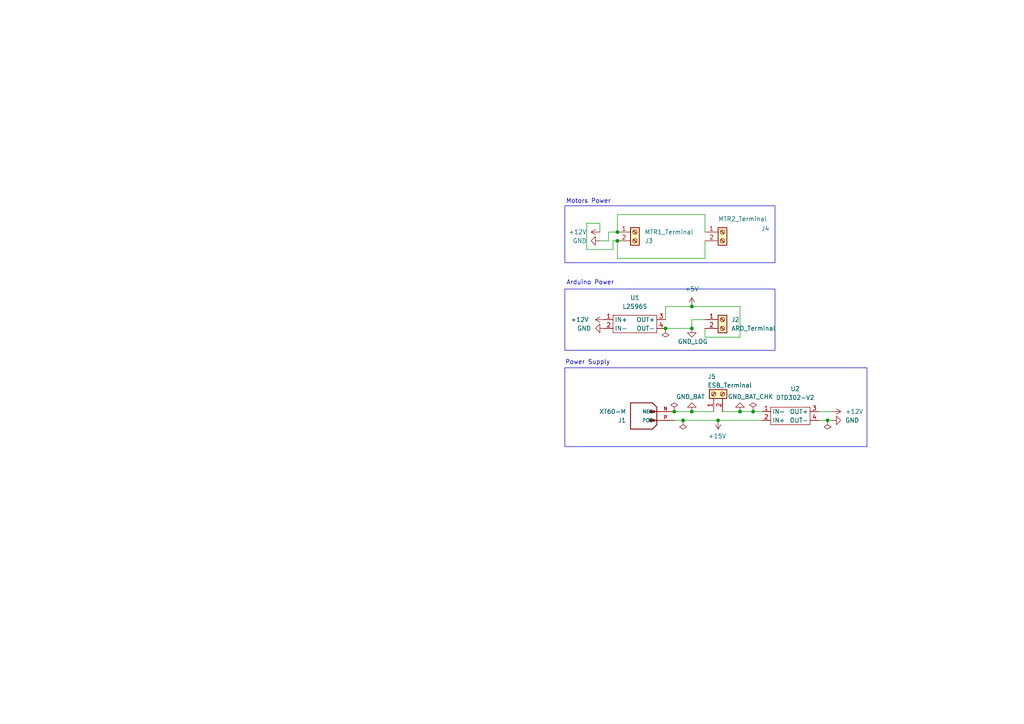
<source format=kicad_sch>
(kicad_sch (version 20231120) (generator "eeschema") (generator_version "8.0")
  (paper "A4")
  (title_block (title "Power PCB") (date "2024-03-31") (rev "1") (company "Hexobot SLSC"))
  (lib_symbols
    (symbol "Connector:Screw_Terminal_01x02" (pin_names (offset 1.016) hide)
      (property "Reference" "J" (at 0 2.54 0))
      (property "Value" "Screw_Terminal_01x02" (at 0 -5.08 0))
      (symbol "Screw_Terminal_01x02_1_1"
        (rectangle (start -1.27 1.27) (end 1.27 -3.81) (stroke (width 0.254)) (fill (type background)))
        (circle (center 0 -2.54) (radius 0.635) (stroke (width 0.1524)))
        (polyline (pts (xy -0.5334 -2.2098) (xy 0.3302 -3.048)) (stroke (width 0.1524)))
        (polyline (pts (xy -0.5334 0.3302) (xy 0.3302 -0.508)) (stroke (width 0.1524)))
        (polyline (pts (xy -0.3556 -2.032) (xy 0.508 -2.8702)) (stroke (width 0.1524)))
        (polyline (pts (xy -0.3556 0.508) (xy 0.508 -0.3302)) (stroke (width 0.1524)))
        (circle (center 0 0) (radius 0.635) (stroke (width 0.1524)))
        (pin passive line (at -5.08 0 0) (length 3.81) (name "Pin_1") (number "1"))
        (pin passive line (at -5.08 -2.54 0) (length 3.81) (name "Pin_2") (number "2"))
      )
    )
    (symbol "Connectors_Custom:XT60-M" (pin_names (offset 1.016))
      (property "Reference" "J" (at 0 6.35 0))
      (property "Value" "XT60-M" (at 0 -5.08 0))
      (symbol "XT60-M_0_0"
        (polyline (pts (xy 0 -1.27) (xy 1.27 -2.54)) (stroke (width 0.254)))
        (polyline (pts (xy 0 0) (xy 1.905 0)) (stroke (width 0.254)))
        (polyline (pts (xy 0 2.54) (xy 0 -1.27)) (stroke (width 0.254)))
        (polyline (pts (xy 0 2.54) (xy 1.905 2.54)) (stroke (width 0.254)))
        (polyline (pts (xy 0 3.81) (xy 0 2.54)) (stroke (width 0.254)))
        (polyline (pts (xy 0 3.81) (xy 1.27 5.08)) (stroke (width 0.254)))
        (polyline (pts (xy 1.27 -2.54) (xy 7.62 -2.54)) (stroke (width 0.254)))
        (polyline (pts (xy 7.62 -2.54) (xy 7.62 5.08)) (stroke (width 0.254)))
        (polyline (pts (xy 7.62 5.08) (xy 1.27 5.08)) (stroke (width 0.254)))
        (rectangle (start 0.635 -0.3175) (end 2.2225 0.3175) (stroke (width 0.1)) (fill (type outline)))
        (rectangle (start 0.635 2.2225) (end 2.2225 2.8575) (stroke (width 0.1)) (fill (type outline)))
        (pin passive line (at -5.08 0 0) (length 5.08) (name "NEG") (number "N"))
        (pin passive line (at -5.08 2.54 0) (length 5.08) (name "POS") (number "P"))
      )
    )
    (symbol "DCDC_Converters_Custom:DTD302-V2"
      (property "Reference" "U" (at 0.508 8.382 0))
      (property "Value" "DTD302-V2" (at 5.334 6.35 0))
      (symbol "DTD302-V2_0_1"
        (rectangle (start 0 5.08) (end 11.43 0))
      )
      (symbol "DTD302-V2_1_1"
        (pin power_in line (at -2.54 3.81 0) (length 2.54) (name "IN-") (number "1"))
        (pin power_in line (at -2.54 1.27 0) (length 2.54) (name "IN+") (number "2"))
        (pin power_out line (at 13.97 3.81 180) (length 2.54) (name "OUT+") (number "3"))
        (pin power_in line (at 13.97 1.27 180) (length 2.54) (name "OUT-") (number "4"))
      )
    )
    (symbol "DCDC_Converters_Custom:L2596S"
      (property "Reference" "U?" (at 1.524 8.382 0))
      (property "Value" "L2596S" (at 3.81 6.604 0))
      (symbol "L2596S_0_1"
        (rectangle (start 0 5.08) (end 12.7 0))
      )
      (symbol "L2596S_1_1"
        (pin power_in line (at -2.54 3.81 0) (length 2.54) (name "IN+") (number "1"))
        (pin power_in line (at -2.54 1.27 0) (length 2.54) (name "IN-") (number "2"))
        (pin power_out line (at 15.24 3.81 180) (length 2.54) (name "OUT+") (number "3"))
        (pin power_in line (at 15.24 1.27 180) (length 2.54) (name "OUT-") (number "4"))
      )
    )
    (symbol "power:+12V" (power) (pin_numbers hide) (pin_names (offset 0) hide)
      (property "Value" "+12V" (at 0 3.556 0))
      (symbol "+12V_0_1"
        (polyline (pts (xy -0.762 1.27) (xy 0 2.54)))
        (polyline (pts (xy 0 0) (xy 0 2.54)))
        (polyline (pts (xy 0 2.54) (xy 0.762 1.27)))
      )
      (symbol "+12V_1_1"
        (pin power_in line (at 0 0 90) (length 0) (name "~") (number "1"))
      )
    )
    (symbol "power:+15V" (power) (pin_numbers hide) (pin_names (offset 0) hide)
      (property "Value" "+15V" (at 0 3.556 0))
      (symbol "+15V_0_1"
        (polyline (pts (xy -0.762 1.27) (xy 0 2.54)))
        (polyline (pts (xy 0 0) (xy 0 2.54)))
        (polyline (pts (xy 0 2.54) (xy 0.762 1.27)))
      )
      (symbol "+15V_1_1"
        (pin power_in line (at 0 0 90) (length 0) (name "~") (number "1"))
      )
    )
    (symbol "power:+5V" (power) (pin_numbers hide) (pin_names (offset 0) hide)
      (property "Value" "+5V" (at 0 3.556 0))
      (symbol "+5V_0_1"
        (polyline (pts (xy -0.762 1.27) (xy 0 2.54)))
        (polyline (pts (xy 0 0) (xy 0 2.54)))
        (polyline (pts (xy 0 2.54) (xy 0.762 1.27)))
      )
      (symbol "+5V_1_1"
        (pin power_in line (at 0 0 90) (length 0) (name "~") (number "1"))
      )
    )
    (symbol "power:GND" (power) (pin_numbers hide) (pin_names (offset 0) hide)
      (property "Value" "GND" (at 0 -3.81 0))
      (symbol "GND_0_1"
        (polyline (pts (xy 0 0) (xy 0 -1.27) (xy 1.27 -1.27) (xy 0 -2.54) (xy -1.27 -1.27) (xy 0 -1.27)))
      )
      (symbol "GND_1_1"
        (pin power_in line (at 0 0 270) (length 0) (name "~") (number "1"))
      )
    )
    (symbol "power:GND1" (power) (pin_numbers hide) (pin_names (offset 0) hide)
      (property "Value" "GND1" (at 0 -3.81 0))
      (symbol "GND1_0_1"
        (polyline (pts (xy 0 0) (xy 0 -1.27) (xy 1.27 -1.27) (xy 0 -2.54) (xy -1.27 -1.27) (xy 0 -1.27)))
      )
      (symbol "GND1_1_1"
        (pin power_in line (at 0 0 270) (length 0) (name "~") (number "1"))
      )
    )
    (symbol "power:PWR_FLAG" (power) (pin_numbers hide) (pin_names (offset 0) hide)
      (property "Value" "PWR_FLAG" (at 0 3.81 0))
      (symbol "PWR_FLAG_0_0"
        (pin power_out line (at 0 0 90) (length 0) (name "~") (number "1"))
      )
      (symbol "PWR_FLAG_0_1"
        (polyline (pts (xy 0 0) (xy 0 1.27) (xy -1.016 1.905) (xy 0 2.54) (xy 1.016 1.905) (xy 0 1.27)))
      )
    )
  )
  (junction (at 179.07 67.31))
  (junction (at 218.44 119.38))
  (junction (at 200.66 95.25))
  (junction (at 214.63 119.38))
  (junction (at 193.04 95.25))
  (junction (at 200.66 119.38))
  (junction (at 240.03 121.92))
  (junction (at 200.66 88.9))
  (junction (at 198.12 121.92))
  (junction (at 195.58 119.38))
  (junction (at 179.07 69.85))
  (junction (at 208.28 121.92))
  (wire (pts (xy 177.8 72.39) (xy 177.8 69.85)))
  (wire (pts (xy 218.44 119.38) (xy 220.98 119.38)))
  (wire (pts (xy 179.07 74.93) (xy 204.47 74.93)))
  (wire (pts (xy 200.66 119.38) (xy 207.01 119.38)))
  (wire (pts (xy 204.47 97.79) (xy 204.47 95.25)))
  (wire (pts (xy 198.12 121.92) (xy 208.28 121.92)))
  (wire (pts (xy 198.12 121.92) (xy 195.58 121.92)))
  (wire (pts (xy 173.99 64.77) (xy 170.18 64.77)))
  (wire (pts (xy 193.04 88.9) (xy 200.66 88.9)))
  (wire (pts (xy 204.47 92.71) (xy 200.66 92.71)))
  (wire (pts (xy 204.47 62.23) (xy 204.47 67.31)))
  (wire (pts (xy 214.63 119.38) (xy 218.44 119.38)))
  (wire (pts (xy 177.8 69.85) (xy 179.07 69.85)))
  (wire (pts (xy 237.49 119.38) (xy 241.3 119.38)))
  (wire (pts (xy 204.47 74.93) (xy 204.47 69.85)))
  (wire (pts (xy 179.07 62.23) (xy 204.47 62.23)))
  (wire (pts (xy 240.03 121.92) (xy 241.3 121.92)))
  (wire (pts (xy 179.07 67.31) (xy 179.07 62.23)))
  (wire (pts (xy 176.53 69.85) (xy 176.53 67.31)))
  (wire (pts (xy 200.66 88.9) (xy 214.63 88.9)))
  (wire (pts (xy 173.99 69.85) (xy 176.53 69.85)))
  (wire (pts (xy 208.28 121.92) (xy 220.98 121.92)))
  (wire (pts (xy 195.58 119.38) (xy 200.66 119.38)))
  (wire (pts (xy 170.18 64.77) (xy 170.18 72.39)))
  (wire (pts (xy 193.04 95.25) (xy 200.66 95.25)))
  (wire (pts (xy 176.53 67.31) (xy 179.07 67.31)))
  (wire (pts (xy 193.04 92.71) (xy 193.04 88.9)))
  (wire (pts (xy 173.99 67.31) (xy 173.99 64.77)))
  (wire (pts (xy 179.07 69.85) (xy 179.07 74.93)))
  (wire (pts (xy 237.49 121.92) (xy 240.03 121.92)))
  (wire (pts (xy 200.66 92.71) (xy 200.66 95.25)))
  (wire (pts (xy 214.63 97.79) (xy 204.47 97.79)))
  (wire (pts (xy 209.55 119.38) (xy 214.63 119.38)))
  (wire (pts (xy 214.63 88.9) (xy 214.63 97.79)))
  (wire (pts (xy 170.18 72.39) (xy 177.8 72.39)))
  (rectangle (start 163.83 83.82) (end 224.79 101.6))
  (rectangle (start 163.83 106.68) (end 251.46 129.54))
  (rectangle (start 163.83 59.69) (end 224.79 76.2))
  (text "Motors Power" (at 170.688 58.42 0) (effects (font (size 1.27 1.27))))
  (text "Arduino Power" (at 171.196 82.042 0) (effects (font (size 1.27 1.27))))
  (text "Power Supply" (at 170.434 105.156 0) (effects (font (size 1.27 1.27))))
  (symbol (lib_id "power:GND1") (at 241.3 121.92 90) (unit 1)
    (property "Reference" "#PWR010" (effects (hide yes)))
    (property "Value" "GND" (at 245.11 121.9199 90) (effects (justify right)))
    (property "Description" "Power symbol creates a global label with name \"GND1\" , ground" (effects (hide yes)))
  )
  (symbol (lib_id "power:+15V") (at 175.26 92.71 90) (unit 1)
    (property "Reference" "#PWR04" (effects (hide yes)))
    (property "Value" "+12V" (at 168.148 92.71 90))
    (property "Description" "Power symbol creates a global label with name \"+15V\"" (effects (hide yes)))
  )
  (symbol (lib_id "Connector:Screw_Terminal_01x02") (at 209.55 92.71 0) (unit 1)
    (property "Reference" "J2" (at 212.09 92.7099 0) (effects (justify left)))
    (property "Value" "ARD_Terminal" (at 212.09 95.2499 0) (effects (justify left)))
    (property "Footprint" "Connector_Phoenix_GMSTB:PhoenixContact_GMSTBA_2,5_2-G-7,62_1x02_P7.62mm_Horizontal" (effects (hide yes)))
    (property "Description" "Generic screw terminal, single row, 01x02, script generated (kicad-library-utils/schlib/autogen/connector/)" (effects (hide yes)))
  )
  (symbol (lib_id "DCDC_Converters_Custom:L2596S") (at 177.8 96.52 0) (unit 1)
    (property "Reference" "U1" (at 184.15 86.36 0))
    (property "Value" "L2596S" (at 184.15 88.9 0))
    (property "Footprint" "Converters_DCDC_Custom:L2596S" (effects (hide yes)))
  )
  (symbol (lib_id "power:PWR_FLAG") (at 218.44 119.38 0) (unit 1)
    (property "Reference" "#FLG06" (effects (hide yes)))
    (property "Value" "PWR_FLAG" (effects (hide yes)))
    (property "Description" "Special symbol for telling ERC where power comes from" (effects (hide yes)))
  )
  (symbol (lib_id "power:PWR_FLAG") (at 240.03 121.92 180) (unit 1)
    (property "Reference" "#FLG04" (effects (hide yes)))
    (property "Value" "PWR_FLAG" (effects (hide yes)))
    (property "Description" "Special symbol for telling ERC where power comes from" (effects (hide yes)))
  )
  (symbol (lib_id "power:GND") (at 200.66 119.38 180) (unit 1)
    (property "Reference" "#PWR01" (effects (hide yes)))
    (property "Value" "GND_BAT" (at 196.088 115.062 0) (effects (justify right)))
    (property "Description" "Power symbol creates a global label with name \"GND\" , ground" (effects (hide yes)))
  )
  (symbol (lib_id "DCDC_Converters_Custom:DTD302-V2") (at 223.52 123.19 0) (unit 1)
    (property "Reference" "U2" (at 230.632 112.776 0))
    (property "Value" "DTD302-V2" (at 230.632 115.316 0))
    (property "Footprint" "Converters_DCDC_Custom:DTD302-V2" (effects (hide yes)))
  )
  (symbol (lib_id "power:GND") (at 173.99 69.85 270) (unit 1)
    (property "Reference" "#PWR05" (effects (hide yes)))
    (property "Value" "GND" (at 170.18 69.8501 90) (effects (justify right)))
    (property "Description" "Power symbol creates a global label with name \"GND\" , ground" (effects (hide yes)))
  )
  (symbol (lib_id "power:GND") (at 214.63 119.38 180) (unit 1)
    (property "Reference" "#PWR08" (effects (hide yes)))
    (property "Value" "GND_BAT_CHK" (at 211.074 115.062 0) (effects (justify right)))
    (property "Description" "Power symbol creates a global label with name \"GND\" , ground" (effects (hide yes)))
  )
  (symbol (lib_id "power:+12V") (at 241.3 119.38 270) (unit 1)
    (property "Reference" "#PWR011" (effects (hide yes)))
    (property "Value" "+12V" (at 245.11 119.3799 90) (effects (justify left)))
    (property "Description" "Power symbol creates a global label with name \"+12V\"" (effects (hide yes)))
  )
  (symbol (lib_id "power:+15V") (at 208.28 121.92 180) (unit 1)
    (property "Reference" "#PWR02" (effects (hide yes)))
    (property "Value" "+15V" (at 208.026 126.492 0))
    (property "Description" "Power symbol creates a global label with name \"+15V\"" (effects (hide yes)))
  )
  (symbol (lib_id "power:+5V") (at 200.66 88.9 0) (unit 1)
    (property "Reference" "#PWR09" (effects (hide yes)))
    (property "Value" "+5V" (at 200.66 83.82 0))
    (property "Description" "Power symbol creates a global label with name \"+5V\"" (effects (hide yes)))
  )
  (symbol (lib_id "Connector:Screw_Terminal_01x02") (at 209.55 67.31 0) (unit 1)
    (property "Reference" "J4" (at 221.996 66.294 0))
    (property "Value" "MTR2_Terminal" (at 215.392 63.5 0))
    (property "Footprint" "Connector_Phoenix_GMSTB:PhoenixContact_GMSTBA_2,5_2-G-7,62_1x02_P7.62mm_Horizontal" (effects (hide yes)))
    (property "Description" "Generic screw terminal, single row, 01x02, script generated (kicad-library-utils/schlib/autogen/connector/)" (effects (hide yes)))
  )
  (symbol (lib_id "power:PWR_FLAG") (at 195.58 119.38 0) (unit 1)
    (property "Reference" "#FLG01" (effects (hide yes)))
    (property "Value" "PWR_FLAG" (effects (hide yes)))
    (property "Description" "Special symbol for telling ERC where power comes from" (effects (hide yes)))
  )
  (symbol (lib_id "Connector:Screw_Terminal_01x02") (at 184.15 67.31 0) (unit 1)
    (property "Reference" "J3" (at 188.214 69.85 0))
    (property "Value" "MTR1_Terminal" (at 194.056 67.31 0))
    (property "Footprint" "Connector_Phoenix_GMSTB:PhoenixContact_GMSTBA_2,5_2-G-7,62_1x02_P7.62mm_Horizontal" (effects (hide yes)))
    (property "Description" "Generic screw terminal, single row, 01x02, script generated (kicad-library-utils/schlib/autogen/connector/)" (effects (hide yes)))
  )
  (symbol (lib_id "Connectors_Custom:XT60-M") (at 190.5 119.38 180) (unit 1)
    (property "Reference" "J1" (at 181.61 121.9201 0) (effects (justify left)))
    (property "Value" "XT60-M" (at 181.61 119.3801 0) (effects (justify left)))
    (property "Footprint" "Connectors_Custom:AMASS_XT60-M" (effects (hide yes)))
    (property "MF" "AMASS" (effects (hide yes)))
    (property "MAXIMUM_PACKAGE_HEIGHT" "16.00 mm" (effects (hide yes)))
    (property "Package" "Package" (effects (hide yes)))
    (property "Price" "None" (effects (hide yes)))
    (property "Check_prices" "https://www.snapeda.com/parts/XT60-M/AMASS/view-part/?ref=eda" (effects (hide yes)))
    (property "STANDARD" "IPC 7351B" (effects (hide yes)))
    (property "PARTREV" "V1.2" (effects (hide yes)))
    (property "SnapEDA_Link" "https://www.snapeda.com/parts/XT60-M/AMASS/view-part/?ref=snap" (effects (hide yes)))
    (property "MP" "XT60-M" (effects (hide yes)))
    (property "Description_1" "\nPlug; DC supply; XT60; male; PIN: 2; for cable; soldered; 30A; 500V\n" (effects (hide yes)))
    (property "Availability" "Not in stock" (effects (hide yes)))
    (property "MANUFACTURER" "AMASS" (effects (hide yes)))
  )
  (symbol (lib_id "Connector:Screw_Terminal_01x02") (at 207.01 114.3 90) (unit 1)
    (property "Reference" "J5" (at 205.232 109.22 90) (effects (justify right)))
    (property "Value" "ESB_Terminal" (at 205.232 111.76 90) (effects (justify right)))
    (property "Footprint" "Connector_Phoenix_GMSTB:PhoenixContact_GMSTBA_2,5_2-G-7,62_1x02_P7.62mm_Horizontal" (effects (hide yes)))
    (property "Description" "Generic screw terminal, single row, 01x02, script generated (kicad-library-utils/schlib/autogen/connector/)" (effects (hide yes)))
  )
  (symbol (lib_id "power:GND") (at 175.26 95.25 270) (unit 1)
    (property "Reference" "#PWR03" (effects (hide yes)))
    (property "Value" "GND" (at 171.45 95.2499 90) (effects (justify right)))
    (property "Description" "Power symbol creates a global label with name \"GND\" , ground" (effects (hide yes)))
  )
  (symbol (lib_id "power:PWR_FLAG") (at 198.12 121.92 180) (unit 1)
    (property "Reference" "#FLG02" (effects (hide yes)))
    (property "Value" "PWR_FLAG" (effects (hide yes)))
    (property "Description" "Special symbol for telling ERC where power comes from" (effects (hide yes)))
  )
  (symbol (lib_id "power:PWR_FLAG") (at 193.04 95.25 180) (unit 1)
    (property "Reference" "#FLG03" (effects (hide yes)))
    (property "Value" "PWR_FLAG" (effects (hide yes)))
    (property "Description" "Special symbol for telling ERC where power comes from" (effects (hide yes)))
  )
  (symbol (lib_id "power:+15V") (at 173.99 67.31 90) (unit 1)
    (property "Reference" "#PWR07" (effects (hide yes)))
    (property "Value" "+12V" (at 170.18 67.3099 90) (effects (justify left)))
    (property "Description" "Power symbol creates a global label with name \"+15V\"" (effects (hide yes)))
  )
  (symbol (lib_id "power:GND1") (at 200.66 95.25 0) (unit 1)
    (property "Reference" "#PWR06" (effects (hide yes)))
    (property "Value" "GND_LOG" (at 200.914 99.06 0))
    (property "Description" "Power symbol creates a global label with name \"GND1\" , ground" (effects (hide yes)))
  )
)
</source>
